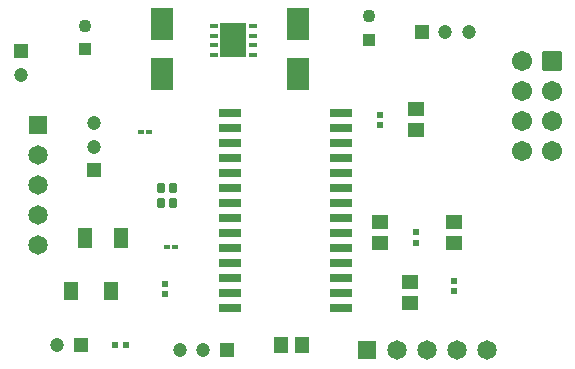
<source format=gts>
G04 #@! TF.GenerationSoftware,KiCad,Pcbnew,8.0.7*
G04 #@! TF.CreationDate,2025-01-30T16:18:46+01:00*
G04 #@! TF.ProjectId,schematics,73636865-6d61-4746-9963-732e6b696361,rev?*
G04 #@! TF.SameCoordinates,Original*
G04 #@! TF.FileFunction,Soldermask,Top*
G04 #@! TF.FilePolarity,Negative*
%FSLAX46Y46*%
G04 Gerber Fmt 4.6, Leading zero omitted, Abs format (unit mm)*
G04 Created by KiCad (PCBNEW 8.0.7) date 2025-01-30 16:18:46*
%MOMM*%
%LPD*%
G01*
G04 APERTURE LIST*
G04 Aperture macros list*
%AMRoundRect*
0 Rectangle with rounded corners*
0 $1 Rounding radius*
0 $2 $3 $4 $5 $6 $7 $8 $9 X,Y pos of 4 corners*
0 Add a 4 corners polygon primitive as box body*
4,1,4,$2,$3,$4,$5,$6,$7,$8,$9,$2,$3,0*
0 Add four circle primitives for the rounded corners*
1,1,$1+$1,$2,$3*
1,1,$1+$1,$4,$5*
1,1,$1+$1,$6,$7*
1,1,$1+$1,$8,$9*
0 Add four rect primitives between the rounded corners*
20,1,$1+$1,$2,$3,$4,$5,0*
20,1,$1+$1,$4,$5,$6,$7,0*
20,1,$1+$1,$6,$7,$8,$9,0*
20,1,$1+$1,$8,$9,$2,$3,0*%
G04 Aperture macros list end*
%ADD10R,0.470000X0.440000*%
%ADD11R,1.100000X1.100000*%
%ADD12C,1.100000*%
%ADD13R,1.200000X1.200000*%
%ADD14C,1.200000*%
%ADD15R,1.450000X1.150000*%
%ADD16R,1.150000X1.450000*%
%ADD17R,1.150000X1.700000*%
%ADD18RoundRect,0.102000X-0.750000X0.750000X-0.750000X-0.750000X0.750000X-0.750000X0.750000X0.750000X0*%
%ADD19C,1.704000*%
%ADD20RoundRect,0.180000X0.180000X0.230000X-0.180000X0.230000X-0.180000X-0.230000X0.180000X-0.230000X0*%
%ADD21R,1.650000X1.650000*%
%ADD22C,1.650000*%
%ADD23R,0.620000X0.620000*%
%ADD24R,1.850000X2.750000*%
%ADD25R,1.250000X1.500000*%
%ADD26RoundRect,0.100000X-0.225000X-0.100000X0.225000X-0.100000X0.225000X0.100000X-0.225000X0.100000X0*%
%ADD27R,2.200000X3.000000*%
%ADD28R,1.850000X0.650000*%
G04 APERTURE END LIST*
D10*
X132465000Y-69750000D03*
X133135000Y-69750000D03*
D11*
X149500000Y-52210000D03*
D12*
X149500000Y-50210000D03*
D13*
X154000000Y-51500000D03*
D14*
X156000000Y-51500000D03*
X158000000Y-51500000D03*
D15*
X150500000Y-69400000D03*
X150500000Y-67600000D03*
D16*
X143900000Y-78000000D03*
X142100000Y-78000000D03*
D15*
X153500000Y-59850000D03*
X153500000Y-58050000D03*
D11*
X125500000Y-53000000D03*
D12*
X125500000Y-51000000D03*
D17*
X125500000Y-69000000D03*
X128500000Y-69000000D03*
D18*
X164990000Y-53990000D03*
D19*
X164990000Y-56530000D03*
X164990000Y-59070000D03*
X164990000Y-61610000D03*
X162450000Y-53990000D03*
X162450000Y-56530000D03*
X162450000Y-59070000D03*
X162450000Y-61610000D03*
D20*
X132924000Y-66000000D03*
X132924000Y-64726000D03*
X131950000Y-64726000D03*
X131950000Y-66000000D03*
D21*
X149380000Y-78500000D03*
D22*
X151920000Y-78500000D03*
X154460000Y-78500000D03*
X157000000Y-78500000D03*
X159540000Y-78500000D03*
D23*
X150500000Y-59450000D03*
X150500000Y-58550000D03*
D24*
X143500000Y-55100000D03*
X143500000Y-50900000D03*
D25*
X127725000Y-73500000D03*
X124275000Y-73500000D03*
D24*
X132000000Y-55100000D03*
X132000000Y-50900000D03*
D15*
X153000000Y-72700000D03*
X153000000Y-74500000D03*
D13*
X120050000Y-53150000D03*
D14*
X120050000Y-55150000D03*
D13*
X126250000Y-63250000D03*
D14*
X126250000Y-61250000D03*
X126250000Y-59250000D03*
D13*
X125150000Y-78000000D03*
D14*
X123150000Y-78000000D03*
D21*
X121500000Y-59420000D03*
D22*
X121500000Y-61960000D03*
X121500000Y-64500000D03*
X121500000Y-67040000D03*
X121500000Y-69580000D03*
D23*
X132250000Y-72850000D03*
X132250000Y-73750000D03*
D13*
X137500000Y-78500000D03*
D14*
X135500000Y-78500000D03*
X133500000Y-78500000D03*
D23*
X128950000Y-78000000D03*
X128050000Y-78000000D03*
D10*
X130885000Y-60000000D03*
X130215000Y-60000000D03*
D15*
X156750000Y-69400000D03*
X156750000Y-67600000D03*
D26*
X136400000Y-51050000D03*
X136400000Y-51850000D03*
X136400000Y-52650000D03*
X136400000Y-53450000D03*
X139700000Y-53450000D03*
X139700000Y-52650000D03*
X139700000Y-51850000D03*
X139700000Y-51050000D03*
D27*
X138050000Y-52250000D03*
D23*
X153500000Y-69400000D03*
X153500000Y-68500000D03*
X156750000Y-72600000D03*
X156750000Y-73500000D03*
D28*
X137780000Y-58395000D03*
X137780000Y-59665000D03*
X137780000Y-60935000D03*
X137780000Y-62205000D03*
X137780000Y-63475000D03*
X137780000Y-64745000D03*
X137780000Y-66015000D03*
X137780000Y-67285000D03*
X137780000Y-68555000D03*
X137780000Y-69825000D03*
X137780000Y-71095000D03*
X137780000Y-72365000D03*
X137780000Y-73635000D03*
X137780000Y-74905000D03*
X147130000Y-74905000D03*
X147130000Y-73635000D03*
X147130000Y-72365000D03*
X147130000Y-71095000D03*
X147130000Y-69825000D03*
X147130000Y-68555000D03*
X147130000Y-67285000D03*
X147130000Y-66015000D03*
X147130000Y-64745000D03*
X147130000Y-63475000D03*
X147130000Y-62205000D03*
X147130000Y-60935000D03*
X147130000Y-59665000D03*
X147130000Y-58395000D03*
M02*

</source>
